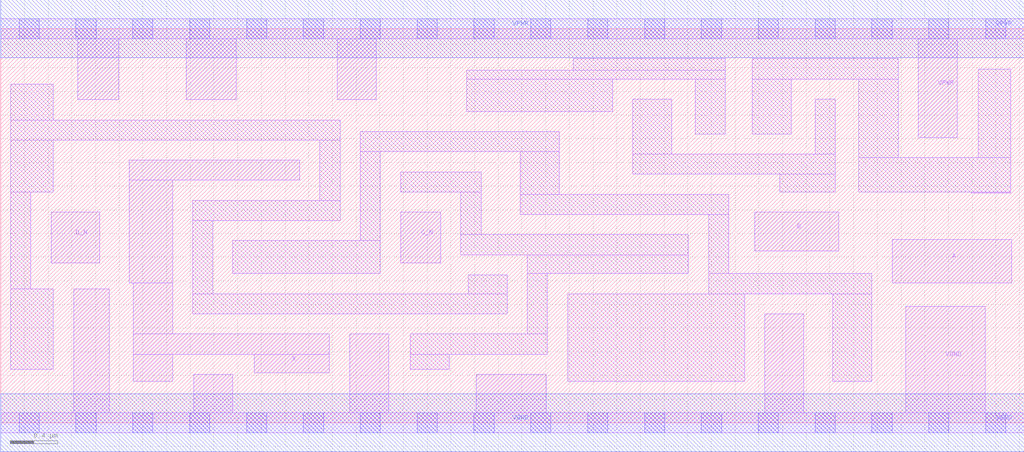
<source format=lef>
# Copyright 2020 The SkyWater PDK Authors
#
# Licensed under the Apache License, Version 2.0 (the "License");
# you may not use this file except in compliance with the License.
# You may obtain a copy of the License at
#
#     https://www.apache.org/licenses/LICENSE-2.0
#
# Unless required by applicable law or agreed to in writing, software
# distributed under the License is distributed on an "AS IS" BASIS,
# WITHOUT WARRANTIES OR CONDITIONS OF ANY KIND, either express or implied.
# See the License for the specific language governing permissions and
# limitations under the License.
#
# SPDX-License-Identifier: Apache-2.0

VERSION 5.7 ;
  NAMESCASESENSITIVE ON ;
  NOWIREEXTENSIONATPIN ON ;
  DIVIDERCHAR "/" ;
  BUSBITCHARS "[]" ;
UNITS
  DATABASE MICRONS 200 ;
END UNITS
MACRO sky130_fd_sc_hs__or4bb_4
  CLASS CORE ;
  SOURCE USER ;
  FOREIGN sky130_fd_sc_hs__or4bb_4 ;
  ORIGIN  0.000000  0.000000 ;
  SIZE  8.640000 BY  3.330000 ;
  SYMMETRY X Y ;
  SITE unit ;
  PIN A
    ANTENNAGATEAREA  0.411000 ;
    DIRECTION INPUT ;
    USE SIGNAL ;
    PORT
      LAYER li1 ;
        RECT 7.525000 1.180000 8.535000 1.550000 ;
    END
  END A
  PIN B
    ANTENNAGATEAREA  0.411000 ;
    DIRECTION INPUT ;
    USE SIGNAL ;
    PORT
      LAYER li1 ;
        RECT 6.365000 1.450000 7.075000 1.780000 ;
    END
  END B
  PIN C_N
    ANTENNAGATEAREA  0.246000 ;
    DIRECTION INPUT ;
    USE SIGNAL ;
    PORT
      LAYER li1 ;
        RECT 3.375000 1.350000 3.715000 1.780000 ;
    END
  END C_N
  PIN D_N
    ANTENNAGATEAREA  0.246000 ;
    DIRECTION INPUT ;
    USE SIGNAL ;
    PORT
      LAYER li1 ;
        RECT 0.425000 1.350000 0.835000 1.780000 ;
    END
  END D_N
  PIN X
    ANTENNADIFFAREA  1.677500 ;
    DIRECTION OUTPUT ;
    USE SIGNAL ;
    PORT
      LAYER li1 ;
        RECT 1.085000 1.180000 1.450000 2.050000 ;
        RECT 1.085000 2.050000 2.525000 2.220000 ;
        RECT 1.120000 0.350000 1.450000 0.580000 ;
        RECT 1.120000 0.580000 2.775000 0.750000 ;
        RECT 1.120000 0.750000 1.450000 1.180000 ;
        RECT 2.140000 0.420000 2.775000 0.580000 ;
    END
  END X
  PIN VGND
    DIRECTION INOUT ;
    USE GROUND ;
    PORT
      LAYER li1 ;
        RECT 0.000000 -0.085000 8.640000 0.085000 ;
        RECT 0.615000  0.085000 0.915000 1.130000 ;
        RECT 1.630000  0.085000 1.960000 0.410000 ;
        RECT 2.945000  0.085000 3.275000 0.750000 ;
        RECT 4.015000  0.085000 4.605000 0.410000 ;
        RECT 6.450000  0.085000 6.780000 0.920000 ;
        RECT 7.640000  0.085000 8.310000 0.985000 ;
      LAYER mcon ;
        RECT 0.155000 -0.085000 0.325000 0.085000 ;
        RECT 0.635000 -0.085000 0.805000 0.085000 ;
        RECT 1.115000 -0.085000 1.285000 0.085000 ;
        RECT 1.595000 -0.085000 1.765000 0.085000 ;
        RECT 2.075000 -0.085000 2.245000 0.085000 ;
        RECT 2.555000 -0.085000 2.725000 0.085000 ;
        RECT 3.035000 -0.085000 3.205000 0.085000 ;
        RECT 3.515000 -0.085000 3.685000 0.085000 ;
        RECT 3.995000 -0.085000 4.165000 0.085000 ;
        RECT 4.475000 -0.085000 4.645000 0.085000 ;
        RECT 4.955000 -0.085000 5.125000 0.085000 ;
        RECT 5.435000 -0.085000 5.605000 0.085000 ;
        RECT 5.915000 -0.085000 6.085000 0.085000 ;
        RECT 6.395000 -0.085000 6.565000 0.085000 ;
        RECT 6.875000 -0.085000 7.045000 0.085000 ;
        RECT 7.355000 -0.085000 7.525000 0.085000 ;
        RECT 7.835000 -0.085000 8.005000 0.085000 ;
        RECT 8.315000 -0.085000 8.485000 0.085000 ;
      LAYER met1 ;
        RECT 0.000000 -0.245000 8.640000 0.245000 ;
    END
  END VGND
  PIN VPWR
    DIRECTION INOUT ;
    USE POWER ;
    PORT
      LAYER li1 ;
        RECT 0.000000 3.245000 8.640000 3.415000 ;
        RECT 0.650000 2.730000 0.995000 3.245000 ;
        RECT 1.565000 2.730000 1.990000 3.245000 ;
        RECT 2.840000 2.730000 3.170000 3.245000 ;
        RECT 7.745000 2.410000 8.075000 3.245000 ;
      LAYER mcon ;
        RECT 0.155000 3.245000 0.325000 3.415000 ;
        RECT 0.635000 3.245000 0.805000 3.415000 ;
        RECT 1.115000 3.245000 1.285000 3.415000 ;
        RECT 1.595000 3.245000 1.765000 3.415000 ;
        RECT 2.075000 3.245000 2.245000 3.415000 ;
        RECT 2.555000 3.245000 2.725000 3.415000 ;
        RECT 3.035000 3.245000 3.205000 3.415000 ;
        RECT 3.515000 3.245000 3.685000 3.415000 ;
        RECT 3.995000 3.245000 4.165000 3.415000 ;
        RECT 4.475000 3.245000 4.645000 3.415000 ;
        RECT 4.955000 3.245000 5.125000 3.415000 ;
        RECT 5.435000 3.245000 5.605000 3.415000 ;
        RECT 5.915000 3.245000 6.085000 3.415000 ;
        RECT 6.395000 3.245000 6.565000 3.415000 ;
        RECT 6.875000 3.245000 7.045000 3.415000 ;
        RECT 7.355000 3.245000 7.525000 3.415000 ;
        RECT 7.835000 3.245000 8.005000 3.415000 ;
        RECT 8.315000 3.245000 8.485000 3.415000 ;
      LAYER met1 ;
        RECT 0.000000 3.085000 8.640000 3.575000 ;
    END
  END VPWR
  OBS
    LAYER li1 ;
      RECT 0.085000 0.450000 0.445000 1.130000 ;
      RECT 0.085000 1.130000 0.255000 1.950000 ;
      RECT 0.085000 1.950000 0.445000 2.390000 ;
      RECT 0.085000 2.390000 2.865000 2.560000 ;
      RECT 0.085000 2.560000 0.445000 2.860000 ;
      RECT 1.620000 0.920000 4.275000 1.090000 ;
      RECT 1.620000 1.090000 1.790000 1.710000 ;
      RECT 1.620000 1.710000 2.865000 1.880000 ;
      RECT 1.960000 1.260000 3.205000 1.540000 ;
      RECT 2.695000 1.880000 2.865000 2.390000 ;
      RECT 3.035000 1.540000 3.205000 2.290000 ;
      RECT 3.035000 2.290000 4.715000 2.460000 ;
      RECT 3.375000 1.950000 4.055000 2.120000 ;
      RECT 3.455000 0.450000 3.785000 0.580000 ;
      RECT 3.455000 0.580000 4.615000 0.750000 ;
      RECT 3.885000 1.420000 5.805000 1.590000 ;
      RECT 3.885000 1.590000 4.055000 1.950000 ;
      RECT 3.935000 2.630000 5.165000 2.905000 ;
      RECT 3.935000 2.905000 6.115000 2.980000 ;
      RECT 3.945000 1.090000 4.275000 1.250000 ;
      RECT 4.385000 1.760000 6.145000 1.930000 ;
      RECT 4.385000 1.930000 4.715000 2.290000 ;
      RECT 4.445000 0.750000 4.615000 1.260000 ;
      RECT 4.445000 1.260000 5.805000 1.420000 ;
      RECT 4.785000 0.350000 6.280000 1.090000 ;
      RECT 4.835000 2.980000 6.115000 3.075000 ;
      RECT 5.335000 2.100000 7.045000 2.270000 ;
      RECT 5.335000 2.270000 5.665000 2.735000 ;
      RECT 5.865000 2.440000 6.115000 2.905000 ;
      RECT 5.975000 1.090000 7.355000 1.260000 ;
      RECT 5.975000 1.260000 6.145000 1.760000 ;
      RECT 6.345000 2.440000 6.675000 2.905000 ;
      RECT 6.345000 2.905000 7.575000 3.075000 ;
      RECT 6.575000 1.950000 7.045000 2.100000 ;
      RECT 6.875000 2.270000 7.045000 2.735000 ;
      RECT 7.025000 0.350000 7.355000 1.090000 ;
      RECT 7.245000 1.950000 8.525000 2.240000 ;
      RECT 7.245000 2.240000 7.575000 2.905000 ;
      RECT 8.195000 1.940000 8.525000 1.950000 ;
      RECT 8.250000 2.240000 8.525000 2.990000 ;
  END
END sky130_fd_sc_hs__or4bb_4

</source>
